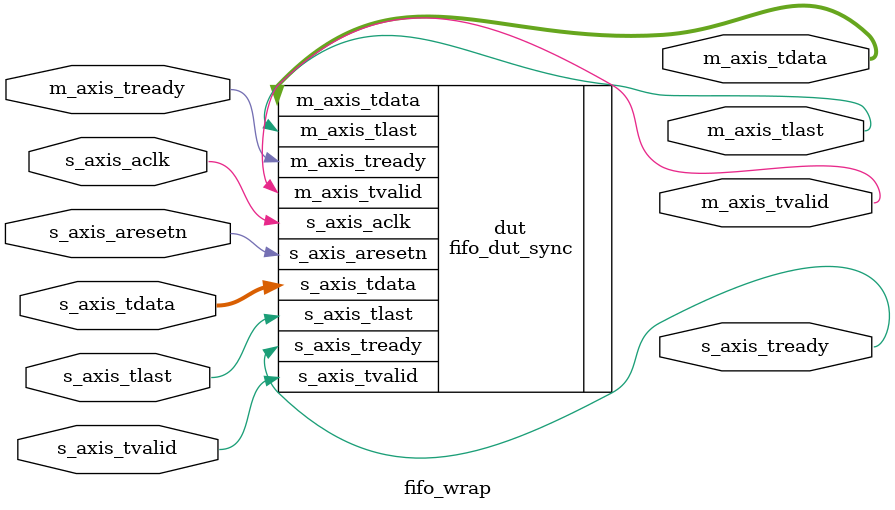
<source format=sv>
`timescale 1 ns / 1 ps

module fifo_wrap(
  input wire s_axis_aclk,
  input wire s_axis_aresetn,
  input wire s_axis_tvalid,
  output logic s_axis_tready,
  input wire [15:0] s_axis_tdata,
  input wire s_axis_tlast,
  output logic m_axis_tvalid,
  input wire m_axis_tready,
  output logic [15:0] m_axis_tdata,
  output logic m_axis_tlast
);

  fifo_dut_sync dut(
    // Outputs
    .s_axis_tready      (s_axis_tready),
    .m_axis_tvalid      (m_axis_tvalid),
    .m_axis_tdata       (m_axis_tdata[15:0]),
    .m_axis_tlast       (m_axis_tlast),
    // Inputs
    .s_axis_aresetn     (s_axis_aresetn),
    .s_axis_aclk        (s_axis_aclk),
    .s_axis_tvalid      (s_axis_tvalid),
    .s_axis_tdata       (s_axis_tdata[15:0]),
    .s_axis_tlast       (s_axis_tlast),
    .m_axis_tready      (m_axis_tready));

endmodule

</source>
